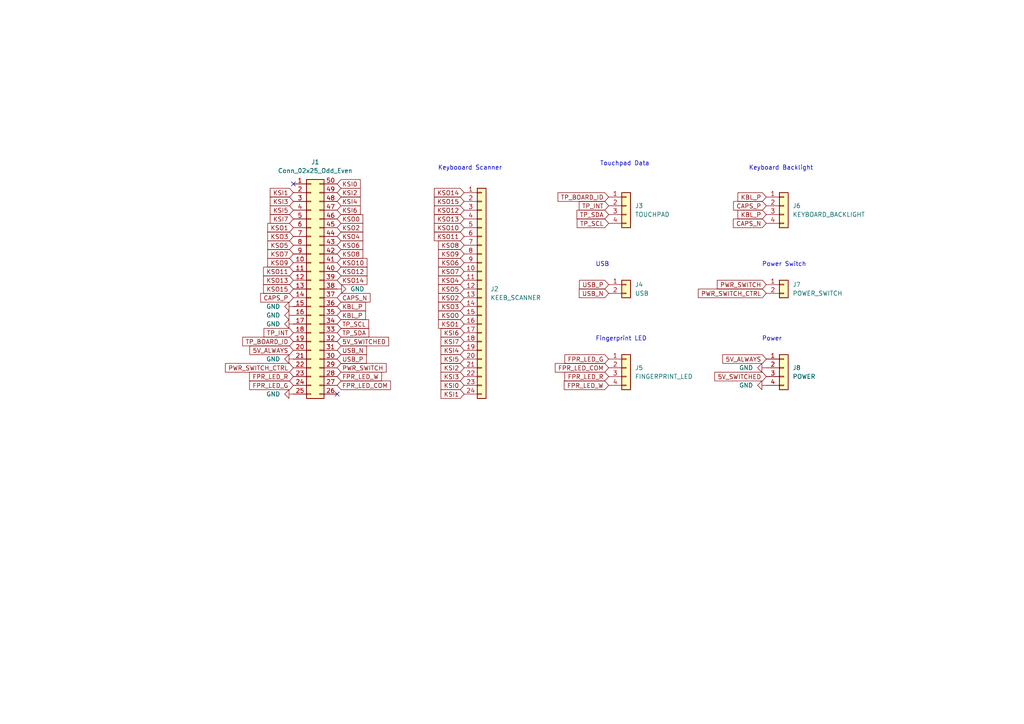
<source format=kicad_sch>
(kicad_sch (version 20211123) (generator eeschema)
  (paper "A4")
  (lib_symbols
    (symbol "Connector_Generic:Conn_01x02" (pin_names (offset 1.016) hide)
      (property "Reference" "J" (at 0 2.54 0))
      (property "Value" "Conn_01x02" (at 0 -5.08 0))
      (symbol "Conn_01x02_1_1"
        (rectangle (start -1.27 -2.413) (end 0 -2.667) (stroke (width 0.1524)))
        (rectangle (start -1.27 0.127) (end 0 -0.127) (stroke (width 0.1524)))
        (rectangle (start -1.27 1.27) (end 1.27 -3.81) (stroke (width 0.254)) (fill (type background)))
        (pin passive line (at -5.08 0 0) (length 3.81) (name "Pin_1") (number "1"))
        (pin passive line (at -5.08 -2.54 0) (length 3.81) (name "Pin_2") (number "2"))
      )
    )
    (symbol "Connector_Generic:Conn_01x04" (pin_names (offset 1.016) hide)
      (property "Reference" "J" (at 0 5.08 0))
      (property "Value" "Conn_01x04" (at 0 -7.62 0))
      (symbol "Conn_01x04_1_1"
        (rectangle (start -1.27 -4.953) (end 0 -5.207) (stroke (width 0.1524)))
        (rectangle (start -1.27 -2.413) (end 0 -2.667) (stroke (width 0.1524)))
        (rectangle (start -1.27 0.127) (end 0 -0.127) (stroke (width 0.1524)))
        (rectangle (start -1.27 2.667) (end 0 2.413) (stroke (width 0.1524)))
        (rectangle (start -1.27 3.81) (end 1.27 -6.35) (stroke (width 0.254)) (fill (type background)))
        (pin passive line (at -5.08 2.54 0) (length 3.81) (name "Pin_1") (number "1"))
        (pin passive line (at -5.08 0 0) (length 3.81) (name "Pin_2") (number "2"))
        (pin passive line (at -5.08 -2.54 0) (length 3.81) (name "Pin_3") (number "3"))
        (pin passive line (at -5.08 -5.08 0) (length 3.81) (name "Pin_4") (number "4"))
      )
    )
    (symbol "Connector_Generic:Conn_01x24" (pin_names (offset 1.016) hide)
      (property "Reference" "J" (at 0 30.48 0))
      (property "Value" "Conn_01x24" (at 0 -33.02 0))
      (symbol "Conn_01x24_1_1"
        (rectangle (start -1.27 -30.353) (end 0 -30.607) (stroke (width 0.1524)))
        (rectangle (start -1.27 -27.813) (end 0 -28.067) (stroke (width 0.1524)))
        (rectangle (start -1.27 -25.273) (end 0 -25.527) (stroke (width 0.1524)))
        (rectangle (start -1.27 -22.733) (end 0 -22.987) (stroke (width 0.1524)))
        (rectangle (start -1.27 -20.193) (end 0 -20.447) (stroke (width 0.1524)))
        (rectangle (start -1.27 -17.653) (end 0 -17.907) (stroke (width 0.1524)))
        (rectangle (start -1.27 -15.113) (end 0 -15.367) (stroke (width 0.1524)))
        (rectangle (start -1.27 -12.573) (end 0 -12.827) (stroke (width 0.1524)))
        (rectangle (start -1.27 -10.033) (end 0 -10.287) (stroke (width 0.1524)))
        (rectangle (start -1.27 -7.493) (end 0 -7.747) (stroke (width 0.1524)))
        (rectangle (start -1.27 -4.953) (end 0 -5.207) (stroke (width 0.1524)))
        (rectangle (start -1.27 -2.413) (end 0 -2.667) (stroke (width 0.1524)))
        (rectangle (start -1.27 0.127) (end 0 -0.127) (stroke (width 0.1524)))
        (rectangle (start -1.27 2.667) (end 0 2.413) (stroke (width 0.1524)))
        (rectangle (start -1.27 5.207) (end 0 4.953) (stroke (width 0.1524)))
        (rectangle (start -1.27 7.747) (end 0 7.493) (stroke (width 0.1524)))
        (rectangle (start -1.27 10.287) (end 0 10.033) (stroke (width 0.1524)))
        (rectangle (start -1.27 12.827) (end 0 12.573) (stroke (width 0.1524)))
        (rectangle (start -1.27 15.367) (end 0 15.113) (stroke (width 0.1524)))
        (rectangle (start -1.27 17.907) (end 0 17.653) (stroke (width 0.1524)))
        (rectangle (start -1.27 20.447) (end 0 20.193) (stroke (width 0.1524)))
        (rectangle (start -1.27 22.987) (end 0 22.733) (stroke (width 0.1524)))
        (rectangle (start -1.27 25.527) (end 0 25.273) (stroke (width 0.1524)))
        (rectangle (start -1.27 28.067) (end 0 27.813) (stroke (width 0.1524)))
        (rectangle (start -1.27 29.21) (end 1.27 -31.75) (stroke (width 0.254)) (fill (type background)))
        (pin passive line (at -5.08 27.94 0) (length 3.81) (name "Pin_1") (number "1"))
        (pin passive line (at -5.08 5.08 0) (length 3.81) (name "Pin_10") (number "10"))
        (pin passive line (at -5.08 2.54 0) (length 3.81) (name "Pin_11") (number "11"))
        (pin passive line (at -5.08 0 0) (length 3.81) (name "Pin_12") (number "12"))
        (pin passive line (at -5.08 -2.54 0) (length 3.81) (name "Pin_13") (number "13"))
        (pin passive line (at -5.08 -5.08 0) (length 3.81) (name "Pin_14") (number "14"))
        (pin passive line (at -5.08 -7.62 0) (length 3.81) (name "Pin_15") (number "15"))
        (pin passive line (at -5.08 -10.16 0) (length 3.81) (name "Pin_16") (number "16"))
        (pin passive line (at -5.08 -12.7 0) (length 3.81) (name "Pin_17") (number "17"))
        (pin passive line (at -5.08 -15.24 0) (length 3.81) (name "Pin_18") (number "18"))
        (pin passive line (at -5.08 -17.78 0) (length 3.81) (name "Pin_19") (number "19"))
        (pin passive line (at -5.08 25.4 0) (length 3.81) (name "Pin_2") (number "2"))
        (pin passive line (at -5.08 -20.32 0) (length 3.81) (name "Pin_20") (number "20"))
        (pin passive line (at -5.08 -22.86 0) (length 3.81) (name "Pin_21") (number "21"))
        (pin passive line (at -5.08 -25.4 0) (length 3.81) (name "Pin_22") (number "22"))
        (pin passive line (at -5.08 -27.94 0) (length 3.81) (name "Pin_23") (number "23"))
        (pin passive line (at -5.08 -30.48 0) (length 3.81) (name "Pin_24") (number "24"))
        (pin passive line (at -5.08 22.86 0) (length 3.81) (name "Pin_3") (number "3"))
        (pin passive line (at -5.08 20.32 0) (length 3.81) (name "Pin_4") (number "4"))
        (pin passive line (at -5.08 17.78 0) (length 3.81) (name "Pin_5") (number "5"))
        (pin passive line (at -5.08 15.24 0) (length 3.81) (name "Pin_6") (number "6"))
        (pin passive line (at -5.08 12.7 0) (length 3.81) (name "Pin_7") (number "7"))
        (pin passive line (at -5.08 10.16 0) (length 3.81) (name "Pin_8") (number "8"))
        (pin passive line (at -5.08 7.62 0) (length 3.81) (name "Pin_9") (number "9"))
      )
    )
    (symbol "Connector_Generic:Conn_02x25_Counter_Clockwise" (pin_names (offset 1.016) hide)
      (property "Reference" "J" (at 1.27 33.02 0))
      (property "Value" "Conn_02x25_Counter_Clockwise" (at 1.27 -33.02 0))
      (symbol "Conn_02x25_Counter_Clockwise_1_1"
        (rectangle (start -1.27 -30.353) (end 0 -30.607) (stroke (width 0.1524)))
        (rectangle (start -1.27 -27.813) (end 0 -28.067) (stroke (width 0.1524)))
        (rectangle (start -1.27 -25.273) (end 0 -25.527) (stroke (width 0.1524)))
        (rectangle (start -1.27 -22.733) (end 0 -22.987) (stroke (width 0.1524)))
        (rectangle (start -1.27 -20.193) (end 0 -20.447) (stroke (width 0.1524)))
        (rectangle (start -1.27 -17.653) (end 0 -17.907) (stroke (width 0.1524)))
        (rectangle (start -1.27 -15.113) (end 0 -15.367) (stroke (width 0.1524)))
        (rectangle (start -1.27 -12.573) (end 0 -12.827) (stroke (width 0.1524)))
        (rectangle (start -1.27 -10.033) (end 0 -10.287) (stroke (width 0.1524)))
        (rectangle (start -1.27 -7.493) (end 0 -7.747) (stroke (width 0.1524)))
        (rectangle (start -1.27 -4.953) (end 0 -5.207) (stroke (width 0.1524)))
        (rectangle (start -1.27 -2.413) (end 0 -2.667) (stroke (width 0.1524)))
        (rectangle (start -1.27 0.127) (end 0 -0.127) (stroke (width 0.1524)))
        (rectangle (start -1.27 2.667) (end 0 2.413) (stroke (width 0.1524)))
        (rectangle (start -1.27 5.207) (end 0 4.953) (stroke (width 0.1524)))
        (rectangle (start -1.27 7.747) (end 0 7.493) (stroke (width 0.1524)))
        (rectangle (start -1.27 10.287) (end 0 10.033) (stroke (width 0.1524)))
        (rectangle (start -1.27 12.827) (end 0 12.573) (stroke (width 0.1524)))
        (rectangle (start -1.27 15.367) (end 0 15.113) (stroke (width 0.1524)))
        (rectangle (start -1.27 17.907) (end 0 17.653) (stroke (width 0.1524)))
        (rectangle (start -1.27 20.447) (end 0 20.193) (stroke (width 0.1524)))
        (rectangle (start -1.27 22.987) (end 0 22.733) (stroke (width 0.1524)))
        (rectangle (start -1.27 25.527) (end 0 25.273) (stroke (width 0.1524)))
        (rectangle (start -1.27 28.067) (end 0 27.813) (stroke (width 0.1524)))
        (rectangle (start -1.27 30.607) (end 0 30.353) (stroke (width 0.1524)))
        (rectangle (start -1.27 31.75) (end 3.81 -31.75) (stroke (width 0.254)) (fill (type background)))
        (rectangle (start 3.81 -30.353) (end 2.54 -30.607) (stroke (width 0.1524)))
        (rectangle (start 3.81 -27.813) (end 2.54 -28.067) (stroke (width 0.1524)))
        (rectangle (start 3.81 -25.273) (end 2.54 -25.527) (stroke (width 0.1524)))
        (rectangle (start 3.81 -22.733) (end 2.54 -22.987) (stroke (width 0.1524)))
        (rectangle (start 3.81 -20.193) (end 2.54 -20.447) (stroke (width 0.1524)))
        (rectangle (start 3.81 -17.653) (end 2.54 -17.907) (stroke (width 0.1524)))
        (rectangle (start 3.81 -15.113) (end 2.54 -15.367) (stroke (width 0.1524)))
        (rectangle (start 3.81 -12.573) (end 2.54 -12.827) (stroke (width 0.1524)))
        (rectangle (start 3.81 -10.033) (end 2.54 -10.287) (stroke (width 0.1524)))
        (rectangle (start 3.81 -7.493) (end 2.54 -7.747) (stroke (width 0.1524)))
        (rectangle (start 3.81 -4.953) (end 2.54 -5.207) (stroke (width 0.1524)))
        (rectangle (start 3.81 -2.413) (end 2.54 -2.667) (stroke (width 0.1524)))
        (rectangle (start 3.81 0.127) (end 2.54 -0.127) (stroke (width 0.1524)))
        (rectangle (start 3.81 2.667) (end 2.54 2.413) (stroke (width 0.1524)))
        (rectangle (start 3.81 5.207) (end 2.54 4.953) (stroke (width 0.1524)))
        (rectangle (start 3.81 7.747) (end 2.54 7.493) (stroke (width 0.1524)))
        (rectangle (start 3.81 10.287) (end 2.54 10.033) (stroke (width 0.1524)))
        (rectangle (start 3.81 12.827) (end 2.54 12.573) (stroke (width 0.1524)))
        (rectangle (start 3.81 15.367) (end 2.54 15.113) (stroke (width 0.1524)))
        (rectangle (start 3.81 17.907) (end 2.54 17.653) (stroke (width 0.1524)))
        (rectangle (start 3.81 20.447) (end 2.54 20.193) (stroke (width 0.1524)))
        (rectangle (start 3.81 22.987) (end 2.54 22.733) (stroke (width 0.1524)))
        (rectangle (start 3.81 25.527) (end 2.54 25.273) (stroke (width 0.1524)))
        (rectangle (start 3.81 28.067) (end 2.54 27.813) (stroke (width 0.1524)))
        (rectangle (start 3.81 30.607) (end 2.54 30.353) (stroke (width 0.1524)))
        (pin passive line (at -5.08 30.48 0) (length 3.81) (name "Pin_1") (number "1"))
        (pin passive line (at -5.08 7.62 0) (length 3.81) (name "Pin_10") (number "10"))
        (pin passive line (at -5.08 5.08 0) (length 3.81) (name "Pin_11") (number "11"))
        (pin passive line (at -5.08 2.54 0) (length 3.81) (name "Pin_12") (number "12"))
        (pin passive line (at -5.08 0 0) (length 3.81) (name "Pin_13") (number "13"))
        (pin passive line (at -5.08 -2.54 0) (length 3.81) (name "Pin_14") (number "14"))
        (pin passive line (at -5.08 -5.08 0) (length 3.81) (name "Pin_15") (number "15"))
        (pin passive line (at -5.08 -7.62 0) (length 3.81) (name "Pin_16") (number "16"))
        (pin passive line (at -5.08 -10.16 0) (length 3.81) (name "Pin_17") (number "17"))
        (pin passive line (at -5.08 -12.7 0) (length 3.81) (name "Pin_18") (number "18"))
        (pin passive line (at -5.08 -15.24 0) (length 3.81) (name "Pin_19") (number "19"))
        (pin passive line (at -5.08 27.94 0) (length 3.81) (name "Pin_2") (number "2"))
        (pin passive line (at -5.08 -17.78 0) (length 3.81) (name "Pin_20") (number "20"))
        (pin passive line (at -5.08 -20.32 0) (length 3.81) (name "Pin_21") (number "21"))
        (pin passive line (at -5.08 -22.86 0) (length 3.81) (name "Pin_22") (number "22"))
        (pin passive line (at -5.08 -25.4 0) (length 3.81) (name "Pin_23") (number "23"))
        (pin passive line (at -5.08 -27.94 0) (length 3.81) (name "Pin_24") (number "24"))
        (pin passive line (at -5.08 -30.48 0) (length 3.81) (name "Pin_25") (number "25"))
        (pin passive line (at 7.62 -30.48 180) (length 3.81) (name "Pin_26") (number "26"))
        (pin passive line (at 7.62 -27.94 180) (length 3.81) (name "Pin_27") (number "27"))
        (pin passive line (at 7.62 -25.4 180) (length 3.81) (name "Pin_28") (number "28"))
        (pin passive line (at 7.62 -22.86 180) (length 3.81) (name "Pin_29") (number "29"))
        (pin passive line (at -5.08 25.4 0) (length 3.81) (name "Pin_3") (number "3"))
        (pin passive line (at 7.62 -20.32 180) (length 3.81) (name "Pin_30") (number "30"))
        (pin passive line (at 7.62 -17.78 180) (length 3.81) (name "Pin_31") (number "31"))
        (pin passive line (at 7.62 -15.24 180) (length 3.81) (name "Pin_32") (number "32"))
        (pin passive line (at 7.62 -12.7 180) (length 3.81) (name "Pin_33") (number "33"))
        (pin passive line (at 7.62 -10.16 180) (length 3.81) (name "Pin_34") (number "34"))
        (pin passive line (at 7.62 -7.62 180) (length 3.81) (name "Pin_35") (number "35"))
        (pin passive line (at 7.62 -5.08 180) (length 3.81) (name "Pin_36") (number "36"))
        (pin passive line (at 7.62 -2.54 180) (length 3.81) (name "Pin_37") (number "37"))
        (pin passive line (at 7.62 0 180) (length 3.81) (name "Pin_38") (number "38"))
        (pin passive line (at 7.62 2.54 180) (length 3.81) (name "Pin_39") (number "39"))
        (pin passive line (at -5.08 22.86 0) (length 3.81) (name "Pin_4") (number "4"))
        (pin passive line (at 7.62 5.08 180) (length 3.81) (name "Pin_40") (number "40"))
        (pin passive line (at 7.62 7.62 180) (length 3.81) (name "Pin_41") (number "41"))
        (pin passive line (at 7.62 10.16 180) (length 3.81) (name "Pin_42") (number "42"))
        (pin passive line (at 7.62 12.7 180) (length 3.81) (name "Pin_43") (number "43"))
        (pin passive line (at 7.62 15.24 180) (length 3.81) (name "Pin_44") (number "44"))
        (pin passive line (at 7.62 17.78 180) (length 3.81) (name "Pin_45") (number "45"))
        (pin passive line (at 7.62 20.32 180) (length 3.81) (name "Pin_46") (number "46"))
        (pin passive line (at 7.62 22.86 180) (length 3.81) (name "Pin_47") (number "47"))
        (pin passive line (at 7.62 25.4 180) (length 3.81) (name "Pin_48") (number "48"))
        (pin passive line (at 7.62 27.94 180) (length 3.81) (name "Pin_49") (number "49"))
        (pin passive line (at -5.08 20.32 0) (length 3.81) (name "Pin_5") (number "5"))
        (pin passive line (at 7.62 30.48 180) (length 3.81) (name "Pin_50") (number "50"))
        (pin passive line (at -5.08 17.78 0) (length 3.81) (name "Pin_6") (number "6"))
        (pin passive line (at -5.08 15.24 0) (length 3.81) (name "Pin_7") (number "7"))
        (pin passive line (at -5.08 12.7 0) (length 3.81) (name "Pin_8") (number "8"))
        (pin passive line (at -5.08 10.16 0) (length 3.81) (name "Pin_9") (number "9"))
      )
    )
    (symbol "power:GND" (power) (pin_names (offset 0))
      (property "Value" "GND" (at 0 -3.81 0))
      (symbol "GND_0_1"
        (polyline (pts (xy 0 0) (xy 0 -1.27) (xy 1.27 -1.27) (xy 0 -2.54) (xy -1.27 -1.27) (xy 0 -1.27)))
      )
      (symbol "GND_1_1"
        (pin power_in line (at 0 0 270) (length 0) hide (name "GND") (number "1"))
      )
    )
  )
  (no_connect (at 85.09 53.34))
  (no_connect (at 97.79 114.3))
  (text "Power" (at 220.98 99.06 0) (effects (font (size 1.27 1.27)) (justify left bottom)))
  (text "Touchpad Data" (at 173.99 48.26 0) (effects (font (size 1.27 1.27)) (justify left bottom)))
  (text "USB" (at 172.72 77.47 0) (effects (font (size 1.27 1.27)) (justify left bottom)))
  (text "Keybooard Scanner" (at 127 49.53 0) (effects (font (size 1.27 1.27)) (justify left bottom)))
  (text "Keyboard Backlight" (at 217.17 49.53 0) (effects (font (size 1.27 1.27)) (justify left bottom)))
  (text "Power Switch" (at 220.98 77.47 0) (effects (font (size 1.27 1.27)) (justify left bottom)))
  (text "Fingerprint LED" (at 172.72 99.06 0) (effects (font (size 1.27 1.27)) (justify left bottom)))
  (global_label "5V_SWITCHED" (shape input) (at 222.25 109.22 180) (property "Intersheet References" "${INTERSHEET_REFS}" (effects hide)))
  (global_label "KSO14" (shape input) (at 134.62 55.88 180) (property "Intersheet References" "${INTERSHEET_REFS}" (effects hide)))
  (global_label "USB_N" (shape input) (at 97.79 101.6 0) (property "Intersheet References" "${INTERSHEET_REFS}" (effects hide)))
  (global_label "TP_SCL" (shape input) (at 97.79 93.98 0) (property "Intersheet References" "${INTERSHEET_REFS}" (effects hide)))
  (global_label "KSI1" (shape input) (at 85.09 55.88 180) (property "Intersheet References" "${INTERSHEET_REFS}" (effects hide)))
  (global_label "KSI0" (shape input) (at 134.62 111.76 180) (property "Intersheet References" "${INTERSHEET_REFS}" (effects hide)))
  (global_label "KBL_P" (shape input) (at 97.79 91.44 0) (property "Intersheet References" "${INTERSHEET_REFS}" (effects hide)))
  (global_label "PWR_SWITCH" (shape input) (at 222.25 82.55 180) (property "Intersheet References" "${INTERSHEET_REFS}" (effects hide)))
  (global_label "PWR_SWITCH_CTRL" (shape input) (at 85.09 106.68 180) (property "Intersheet References" "${INTERSHEET_REFS}" (effects hide)))
  (global_label "KSO7" (shape input) (at 134.62 78.74 180) (property "Intersheet References" "${INTERSHEET_REFS}" (effects hide)))
  (global_label "KSI2" (shape input) (at 97.79 55.88 0) (property "Intersheet References" "${INTERSHEET_REFS}" (effects hide)))
  (global_label "KSO15" (shape input) (at 85.09 83.82 180) (property "Intersheet References" "${INTERSHEET_REFS}" (effects hide)))
  (global_label "KSO1" (shape input) (at 85.09 66.04 180) (property "Intersheet References" "${INTERSHEET_REFS}" (effects hide)))
  (global_label "TP_BOARD_ID" (shape input) (at 176.53 57.15 180) (property "Intersheet References" "${INTERSHEET_REFS}" (effects hide)))
  (global_label "TP_SCL" (shape input) (at 176.53 64.77 180) (property "Intersheet References" "${INTERSHEET_REFS}" (effects hide)))
  (global_label "FPR_LED_R" (shape input) (at 176.53 109.22 180) (property "Intersheet References" "${INTERSHEET_REFS}" (effects hide)))
  (global_label "KSO12" (shape input) (at 134.62 60.96 180) (property "Intersheet References" "${INTERSHEET_REFS}" (effects hide)))
  (global_label "KSO3" (shape input) (at 85.09 68.58 180) (property "Intersheet References" "${INTERSHEET_REFS}" (effects hide)))
  (global_label "5V_SWITCHED" (shape input) (at 97.79 99.06 0) (property "Intersheet References" "${INTERSHEET_REFS}" (effects hide)))
  (global_label "KSO10" (shape input) (at 134.62 66.04 180) (property "Intersheet References" "${INTERSHEET_REFS}" (effects hide)))
  (global_label "KBL_P" (shape input) (at 97.79 88.9 0) (property "Intersheet References" "${INTERSHEET_REFS}" (effects hide)))
  (global_label "KSO10" (shape input) (at 97.79 76.2 0) (property "Intersheet References" "${INTERSHEET_REFS}" (effects hide)))
  (global_label "PWR_SWITCH_CTRL" (shape input) (at 222.25 85.09 180) (property "Intersheet References" "${INTERSHEET_REFS}" (effects hide)))
  (global_label "CAPS_N" (shape input) (at 222.25 64.77 180) (property "Intersheet References" "${INTERSHEET_REFS}" (effects hide)))
  (global_label "KSO1" (shape input) (at 134.62 93.98 180) (property "Intersheet References" "${INTERSHEET_REFS}" (effects hide)))
  (global_label "KSO7" (shape input) (at 85.09 73.66 180) (property "Intersheet References" "${INTERSHEET_REFS}" (effects hide)))
  (global_label "KSI6" (shape input) (at 134.62 96.52 180) (property "Intersheet References" "${INTERSHEET_REFS}" (effects hide)))
  (global_label "TP_INT" (shape input) (at 176.53 59.69 180) (property "Intersheet References" "${INTERSHEET_REFS}" (effects hide)))
  (global_label "USB_P" (shape input) (at 176.53 82.55 180) (property "Intersheet References" "${INTERSHEET_REFS}" (effects hide)))
  (global_label "FPR_LED_COM" (shape input) (at 97.79 111.76 0) (property "Intersheet References" "${INTERSHEET_REFS}" (effects hide)))
  (global_label "KSI0" (shape input) (at 97.79 53.34 0) (property "Intersheet References" "${INTERSHEET_REFS}" (effects hide)))
  (global_label "KSI5" (shape input) (at 85.09 60.96 180) (property "Intersheet References" "${INTERSHEET_REFS}" (effects hide)))
  (global_label "FPR_LED_G" (shape input) (at 85.09 111.76 180) (property "Intersheet References" "${INTERSHEET_REFS}" (effects hide)))
  (global_label "KSO9" (shape input) (at 85.09 76.2 180) (property "Intersheet References" "${INTERSHEET_REFS}" (effects hide)))
  (global_label "KSO8" (shape input) (at 134.62 71.12 180) (property "Intersheet References" "${INTERSHEET_REFS}" (effects hide)))
  (global_label "USB_N" (shape input) (at 176.53 85.09 180) (property "Intersheet References" "${INTERSHEET_REFS}" (effects hide)))
  (global_label "KSO15" (shape input) (at 134.62 58.42 180) (property "Intersheet References" "${INTERSHEET_REFS}" (effects hide)))
  (global_label "KSO13" (shape input) (at 85.09 81.28 180) (property "Intersheet References" "${INTERSHEET_REFS}" (effects hide)))
  (global_label "TP_SDA" (shape input) (at 176.53 62.23 180) (property "Intersheet References" "${INTERSHEET_REFS}" (effects hide)))
  (global_label "CAPS_P" (shape input) (at 222.25 59.69 180) (property "Intersheet References" "${INTERSHEET_REFS}" (effects hide)))
  (global_label "KBL_P" (shape input) (at 222.25 57.15 180) (property "Intersheet References" "${INTERSHEET_REFS}" (effects hide)))
  (global_label "TP_SDA" (shape input) (at 97.79 96.52 0) (property "Intersheet References" "${INTERSHEET_REFS}" (effects hide)))
  (global_label "KSI4" (shape input) (at 97.79 58.42 0) (property "Intersheet References" "${INTERSHEET_REFS}" (effects hide)))
  (global_label "KBL_P" (shape input) (at 222.25 62.23 180) (property "Intersheet References" "${INTERSHEET_REFS}" (effects hide)))
  (global_label "TP_BOARD_ID" (shape input) (at 85.09 99.06 180) (property "Intersheet References" "${INTERSHEET_REFS}" (effects hide)))
  (global_label "KSI5" (shape input) (at 134.62 104.14 180) (property "Intersheet References" "${INTERSHEET_REFS}" (effects hide)))
  (global_label "FPR_LED_W" (shape input) (at 97.79 109.22 0) (property "Intersheet References" "${INTERSHEET_REFS}" (effects hide)))
  (global_label "KSI6" (shape input) (at 97.79 60.96 0) (property "Intersheet References" "${INTERSHEET_REFS}" (effects hide)))
  (global_label "FPR_LED_R" (shape input) (at 85.09 109.22 180) (property "Intersheet References" "${INTERSHEET_REFS}" (effects hide)))
  (global_label "KSI7" (shape input) (at 85.09 63.5 180) (property "Intersheet References" "${INTERSHEET_REFS}" (effects hide)))
  (global_label "CAPS_N" (shape input) (at 97.79 86.36 0) (property "Intersheet References" "${INTERSHEET_REFS}" (effects hide)))
  (global_label "KSI7" (shape input) (at 134.62 99.06 180) (property "Intersheet References" "${INTERSHEET_REFS}" (effects hide)))
  (global_label "KSI3" (shape input) (at 134.62 109.22 180) (property "Intersheet References" "${INTERSHEET_REFS}" (effects hide)))
  (global_label "KSO6" (shape input) (at 134.62 76.2 180) (property "Intersheet References" "${INTERSHEET_REFS}" (effects hide)))
  (global_label "TP_INT" (shape input) (at 85.09 96.52 180) (property "Intersheet References" "${INTERSHEET_REFS}" (effects hide)))
  (global_label "FPR_LED_W" (shape input) (at 176.53 111.76 180) (property "Intersheet References" "${INTERSHEET_REFS}" (effects hide)))
  (global_label "KSO13" (shape input) (at 134.62 63.5 180) (property "Intersheet References" "${INTERSHEET_REFS}" (effects hide)))
  (global_label "KSO5" (shape input) (at 85.09 71.12 180) (property "Intersheet References" "${INTERSHEET_REFS}" (effects hide)))
  (global_label "KSO0" (shape input) (at 134.62 91.44 180) (property "Intersheet References" "${INTERSHEET_REFS}" (effects hide)))
  (global_label "KSO14" (shape input) (at 97.79 81.28 0) (property "Intersheet References" "${INTERSHEET_REFS}" (effects hide)))
  (global_label "5V_ALWAYS" (shape input) (at 222.25 104.14 180) (property "Intersheet References" "${INTERSHEET_REFS}" (effects hide)))
  (global_label "KSO6" (shape input) (at 97.79 71.12 0) (property "Intersheet References" "${INTERSHEET_REFS}" (effects hide)))
  (global_label "KSO8" (shape input) (at 97.79 73.66 0) (property "Intersheet References" "${INTERSHEET_REFS}" (effects hide)))
  (global_label "KSO12" (shape input) (at 97.79 78.74 0) (property "Intersheet References" "${INTERSHEET_REFS}" (effects hide)))
  (global_label "FPR_LED_COM" (shape input) (at 176.53 106.68 180) (property "Intersheet References" "${INTERSHEET_REFS}" (effects hide)))
  (global_label "KSO4" (shape input) (at 134.62 81.28 180) (property "Intersheet References" "${INTERSHEET_REFS}" (effects hide)))
  (global_label "KSO11" (shape input) (at 134.62 68.58 180) (property "Intersheet References" "${INTERSHEET_REFS}" (effects hide)))
  (global_label "KSO4" (shape input) (at 97.79 68.58 0) (property "Intersheet References" "${INTERSHEET_REFS}" (effects hide)))
  (global_label "PWR_SWITCH" (shape input) (at 97.79 106.68 0) (property "Intersheet References" "${INTERSHEET_REFS}" (effects hide)))
  (global_label "USB_P" (shape input) (at 97.79 104.14 0) (property "Intersheet References" "${INTERSHEET_REFS}" (effects hide)))
  (global_label "KSO5" (shape input) (at 134.62 83.82 180) (property "Intersheet References" "${INTERSHEET_REFS}" (effects hide)))
  (global_label "KSO11" (shape input) (at 85.09 78.74 180) (property "Intersheet References" "${INTERSHEET_REFS}" (effects hide)))
  (global_label "CAPS_P" (shape input) (at 85.09 86.36 180) (property "Intersheet References" "${INTERSHEET_REFS}" (effects hide)))
  (global_label "KSI3" (shape input) (at 85.09 58.42 180) (property "Intersheet References" "${INTERSHEET_REFS}" (effects hide)))
  (global_label "KSI1" (shape input) (at 134.62 114.3 180) (property "Intersheet References" "${INTERSHEET_REFS}" (effects hide)))
  (global_label "KSO2" (shape input) (at 97.79 66.04 0) (property "Intersheet References" "${INTERSHEET_REFS}" (effects hide)))
  (global_label "KSO3" (shape input) (at 134.62 88.9 180) (property "Intersheet References" "${INTERSHEET_REFS}" (effects hide)))
  (global_label "KSO2" (shape input) (at 134.62 86.36 180) (property "Intersheet References" "${INTERSHEET_REFS}" (effects hide)))
  (global_label "FPR_LED_G" (shape input) (at 176.53 104.14 180) (property "Intersheet References" "${INTERSHEET_REFS}" (effects hide)))
  (global_label "5V_ALWAYS" (shape input) (at 85.09 101.6 180) (property "Intersheet References" "${INTERSHEET_REFS}" (effects hide)))
  (global_label "KSO9" (shape input) (at 134.62 73.66 180) (property "Intersheet References" "${INTERSHEET_REFS}" (effects hide)))
  (global_label "KSI2" (shape input) (at 134.62 106.68 180) (property "Intersheet References" "${INTERSHEET_REFS}" (effects hide)))
  (global_label "KSI4" (shape input) (at 134.62 101.6 180) (property "Intersheet References" "${INTERSHEET_REFS}" (effects hide)))
  (global_label "KSO0" (shape input) (at 97.79 63.5 0) (property "Intersheet References" "${INTERSHEET_REFS}" (effects hide)))
  (symbol (lib_id "Connector_Generic:Conn_01x04") (at 227.33 106.68 0) (unit 1)
    (property "Reference" "J8" (at 229.87 106.6799 0) (effects (justify left)))
    (property "Value" "POWER" (at 229.87 109.2199 0) (effects (justify left)))
    (property "Footprint" "Connector_PinSocket_2.54mm:PinSocket_2x02_P2.54mm_Vertical" (effects hide))
  )
  (symbol (lib_id "power:GND") (at 85.09 91.44 270) (unit 1)
    (property "Reference" "#PWR0106" (effects hide))
    (property "Value" "GND" (at 81.28 91.4399 90) (effects (justify right)))
  )
  (symbol (lib_id "power:GND") (at 222.25 111.76 270) (unit 1)
    (property "Reference" "#PWR0109" (effects hide))
    (property "Value" "GND" (at 218.44 111.7599 90) (effects (justify right)))
  )
  (symbol (lib_id "Connector_Generic:Conn_01x24") (at 139.7 83.82 0) (unit 1)
    (property "Reference" "J2" (at 142.24 83.8199 0) (effects (justify left)))
    (property "Value" "KEEB_SCANNER" (at 142.24 86.3599 0) (effects (justify left)))
    (property "Footprint" "Connector_PinSocket_2.54mm:PinSocket_2x12_P2.54mm_Vertical" (effects hide))
  )
  (symbol (lib_id "Connector_Generic:Conn_02x25_Counter_Clockwise") (at 90.17 83.82 0) (unit 1)
    (property "Reference" "J1" (at 91.44 46.99 0))
    (property "Value" "Conn_02x25_Odd_Even" (at 91.44 49.53 0))
    (property "Footprint" "footprints:10156001-051100LF" (effects hide))
  )
  (symbol (lib_id "Connector_Generic:Conn_01x04") (at 181.61 106.68 0) (unit 1)
    (property "Reference" "J5" (at 184.15 106.6799 0) (effects (justify left)))
    (property "Value" "FINGERPRINT_LED" (at 184.15 109.2199 0) (effects (justify left)))
    (property "Footprint" "Connector_PinSocket_2.54mm:PinSocket_2x02_P2.54mm_Vertical" (effects hide))
  )
  (symbol (lib_id "Connector_Generic:Conn_01x02") (at 181.61 82.55 0) (unit 1)
    (property "Reference" "J4" (at 184.15 82.5499 0) (effects (justify left)))
    (property "Value" "USB" (at 184.15 85.0899 0) (effects (justify left)))
    (property "Footprint" "Connector_PinSocket_2.54mm:PinSocket_1x02_P2.54mm_Vertical" (effects hide))
  )
  (symbol (lib_id "power:GND") (at 85.09 88.9 270) (unit 1)
    (property "Reference" "#PWR0104" (effects hide))
    (property "Value" "GND" (at 81.28 88.8999 90) (effects (justify right)))
  )
  (symbol (lib_id "power:GND") (at 222.25 106.68 270) (unit 1)
    (property "Reference" "#PWR0108" (effects hide))
    (property "Value" "GND" (at 218.44 106.6799 90) (effects (justify right)))
  )
  (symbol (lib_id "power:GND") (at 85.09 93.98 270) (unit 1)
    (property "Reference" "#PWR0107" (effects hide))
    (property "Value" "GND" (at 81.28 93.9799 90) (effects (justify right)))
  )
  (symbol (lib_id "power:GND") (at 85.09 104.14 270) (unit 1)
    (property "Reference" "#PWR0105" (effects hide))
    (property "Value" "GND" (at 81.28 104.1399 90) (effects (justify right)))
  )
  (symbol (lib_id "Connector_Generic:Conn_01x02") (at 227.33 82.55 0) (unit 1)
    (property "Reference" "J7" (at 229.87 82.5499 0) (effects (justify left)))
    (property "Value" "POWER_SWITCH" (at 229.87 85.0899 0) (effects (justify left)))
    (property "Footprint" "Connector_PinSocket_2.54mm:PinSocket_1x02_P2.54mm_Vertical" (effects hide))
  )
  (symbol (lib_id "power:GND") (at 85.09 114.3 270) (unit 1)
    (property "Reference" "#PWR0103" (effects hide))
    (property "Value" "GND" (at 81.28 114.2999 90) (effects (justify right)))
  )
  (symbol (lib_id "power:GND") (at 97.79 83.82 90) (unit 1)
    (property "Reference" "#PWR0102" (effects hide))
    (property "Value" "GND" (at 101.6 83.8199 90) (effects (justify right)))
  )
  (symbol (lib_id "Connector_Generic:Conn_01x04") (at 227.33 59.69 0) (unit 1)
    (property "Reference" "J6" (at 229.87 59.6899 0) (effects (justify left)))
    (property "Value" "KEYBOARD_BACKLIGHT" (at 229.87 62.2299 0) (effects (justify left)))
    (property "Footprint" "Connector_PinSocket_2.54mm:PinSocket_2x02_P2.54mm_Vertical" (effects hide))
  )
  (symbol (lib_id "Connector_Generic:Conn_01x04") (at 181.61 59.69 0) (unit 1)
    (property "Reference" "J3" (at 184.15 59.6899 0) (effects (justify left)))
    (property "Value" "TOUCHPAD" (at 184.15 62.2299 0) (effects (justify left)))
    (property "Footprint" "Connector_PinSocket_2.54mm:PinSocket_2x02_P2.54mm_Vertical" (effects hide))
  )
)
</source>
